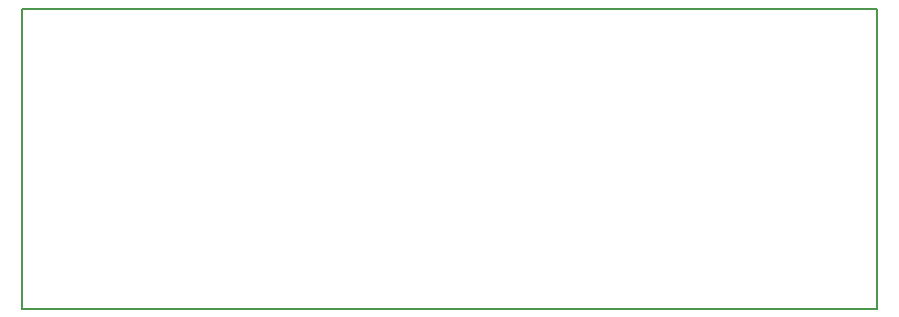
<source format=gbr>
G04 #@! TF.GenerationSoftware,KiCad,Pcbnew,(5.0.1)-3*
G04 #@! TF.CreationDate,2018-11-05T21:06:12-08:00*
G04 #@! TF.ProjectId,500-1137,3530302D313133372E6B696361645F70,rev?*
G04 #@! TF.SameCoordinates,Original*
G04 #@! TF.FileFunction,Profile,NP*
%FSLAX46Y46*%
G04 Gerber Fmt 4.6, Leading zero omitted, Abs format (unit mm)*
G04 Created by KiCad (PCBNEW (5.0.1)-3) date 11/5/2018 9:06:12 PM*
%MOMM*%
%LPD*%
G01*
G04 APERTURE LIST*
%ADD10C,0.150000*%
G04 APERTURE END LIST*
D10*
X67310000Y-92710000D02*
X67310000Y-67310000D01*
X139700000Y-92710000D02*
X67310000Y-92710000D01*
X139700000Y-67310000D02*
X139700000Y-92710000D01*
X67310000Y-67310000D02*
X139700000Y-67310000D01*
M02*

</source>
